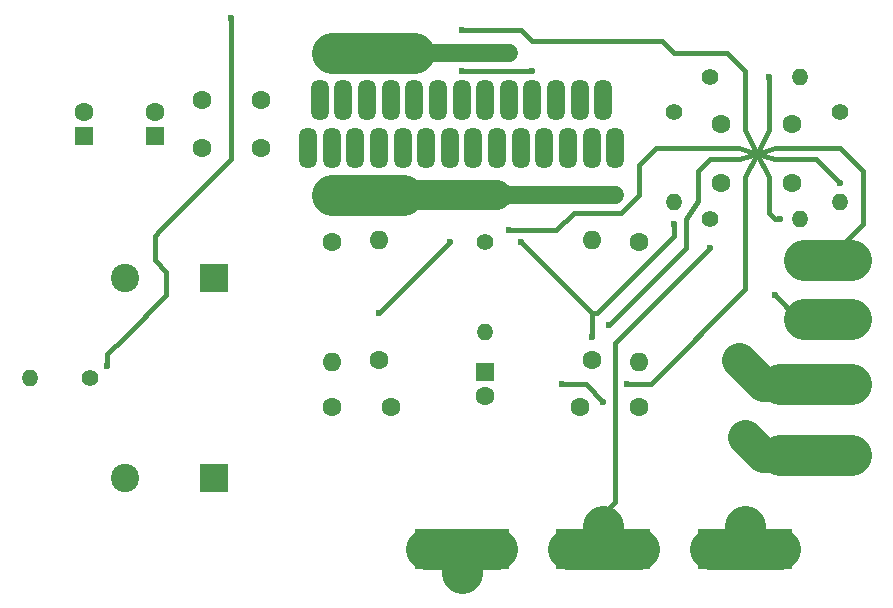
<source format=gtl>
G04 #@! TF.FileFunction,Copper,L1,Top,Signal*
%FSLAX46Y46*%
G04 Gerber Fmt 4.6, Leading zero omitted, Abs format (unit mm)*
G04 Created by KiCad (PCBNEW 4.0.6) date 07/11/17 15:01:39*
%MOMM*%
%LPD*%
G01*
G04 APERTURE LIST*
%ADD10C,0.100000*%
%ADD11R,6.000000X3.000000*%
%ADD12R,1.600000X1.600000*%
%ADD13C,1.600000*%
%ADD14R,2.400000X2.400000*%
%ADD15C,2.400000*%
%ADD16R,8.000000X3.500000*%
%ADD17R,8.000000X3.000000*%
%ADD18C,1.400000*%
%ADD19O,1.400000X1.400000*%
%ADD20O,1.600000X1.600000*%
%ADD21O,1.524000X3.500000*%
%ADD22C,0.600000*%
%ADD23C,0.400000*%
%ADD24C,3.500000*%
%ADD25C,1.500000*%
%ADD26C,2.500000*%
%ADD27C,3.000000*%
G04 APERTURE END LIST*
D10*
D11*
X146000000Y-94500000D03*
D12*
X117000000Y-99000000D03*
D13*
X117000000Y-101000000D03*
X137000000Y-83000000D03*
X137000000Y-78000000D03*
X143000000Y-78000000D03*
X143000000Y-83000000D03*
X98000000Y-80000000D03*
X93000000Y-80000000D03*
X98000000Y-76000000D03*
X93000000Y-76000000D03*
D12*
X89000000Y-79000000D03*
D13*
X89000000Y-77000000D03*
D14*
X94000000Y-108000000D03*
D15*
X86500000Y-108000000D03*
D13*
X104000000Y-102000000D03*
X109000000Y-102000000D03*
X130000000Y-102000000D03*
X125000000Y-102000000D03*
D16*
X127000000Y-114000000D03*
D17*
X145000000Y-106000000D03*
X145000000Y-100000000D03*
D18*
X136000000Y-74000000D03*
D19*
X143620000Y-74000000D03*
D13*
X108000000Y-98000000D03*
D20*
X108000000Y-87840000D03*
D13*
X126000000Y-98000000D03*
D20*
X126000000Y-87840000D03*
D18*
X117000000Y-88000000D03*
D19*
X117000000Y-95620000D03*
D18*
X133000000Y-77000000D03*
D19*
X133000000Y-84620000D03*
D18*
X147000000Y-77000000D03*
D19*
X147000000Y-84620000D03*
D13*
X104000000Y-88000000D03*
D20*
X104000000Y-98160000D03*
D13*
X130000000Y-88000000D03*
D20*
X130000000Y-98160000D03*
D21*
X115000000Y-76000000D03*
X117000000Y-76000000D03*
X102000000Y-80000000D03*
X103000000Y-76000000D03*
X104000000Y-80000000D03*
X105000000Y-76000000D03*
X106000000Y-80000000D03*
X107000000Y-76000000D03*
X108000000Y-80000000D03*
X109000000Y-76000000D03*
X110000000Y-80000000D03*
X111000000Y-76000000D03*
X112000000Y-80000000D03*
X113000000Y-76000000D03*
X114000000Y-80000000D03*
X116000000Y-80000000D03*
X118000000Y-80000000D03*
X119000000Y-76000000D03*
X120000000Y-80000000D03*
X121000000Y-76000000D03*
X122000000Y-80000000D03*
X123000000Y-76000000D03*
X124000000Y-80000000D03*
X125000000Y-76000000D03*
X126000000Y-80000000D03*
X127000000Y-76000000D03*
X128000000Y-80000000D03*
D16*
X139000000Y-114000000D03*
X115000000Y-114000000D03*
D12*
X83000000Y-79000000D03*
D13*
X83000000Y-77000000D03*
D14*
X94000000Y-91000000D03*
D15*
X86500000Y-91000000D03*
D18*
X83500000Y-99500000D03*
D19*
X78420000Y-99500000D03*
D18*
X136000000Y-86000000D03*
D19*
X143620000Y-86000000D03*
D11*
X146000000Y-89500000D03*
D22*
X141500000Y-92500000D03*
X136000000Y-88500000D03*
X127000000Y-111000000D03*
X127000000Y-112000000D03*
X127000000Y-114000000D03*
X139000000Y-111000000D03*
X139000000Y-112000000D03*
X139000000Y-114000000D03*
X104000000Y-84000000D03*
X128000000Y-84000000D03*
X118000000Y-84000000D03*
X106000000Y-84000000D03*
X110000000Y-84000000D03*
X115000000Y-117000000D03*
X115000000Y-116000000D03*
X115000000Y-114000000D03*
X104000000Y-72000000D03*
X119000000Y-72000000D03*
X111000000Y-72000000D03*
X139000000Y-104500000D03*
X138500000Y-98000000D03*
X108000000Y-94000000D03*
X114000000Y-88000000D03*
X133000000Y-86500000D03*
X120000000Y-88000000D03*
X126000000Y-96000000D03*
X95500000Y-69000000D03*
X85000000Y-98500000D03*
X121000000Y-73500000D03*
X115000000Y-73500000D03*
X127500000Y-95000000D03*
X141000000Y-74000000D03*
X115000000Y-70000000D03*
X142000000Y-86000000D03*
X129000000Y-100000000D03*
X123500000Y-100000000D03*
X127000000Y-101500000D03*
X147000000Y-83000000D03*
X119000000Y-87000000D03*
D23*
X146000000Y-94500000D02*
X143500000Y-94500000D01*
X143500000Y-94500000D02*
X141500000Y-92500000D01*
D24*
X145000000Y-94500000D02*
X148000000Y-94500000D01*
X144000000Y-94500000D02*
X147000000Y-94500000D01*
D23*
X128000000Y-110000000D02*
X128000000Y-96500000D01*
X128000000Y-96500000D02*
X136000000Y-88500000D01*
X128000000Y-110000000D02*
X127000000Y-111000000D01*
D24*
X127000000Y-114000000D02*
X127000000Y-112000000D01*
X127000000Y-114000000D02*
X124000000Y-114000000D01*
X130000000Y-114000000D02*
X127000000Y-114000000D01*
X139000000Y-114000000D02*
X139000000Y-112000000D01*
X139000000Y-114000000D02*
X136000000Y-114000000D01*
X142000000Y-114000000D02*
X139000000Y-114000000D01*
X106000000Y-84000000D02*
X104000000Y-84000000D01*
D25*
X118000000Y-84000000D02*
X128000000Y-84000000D01*
D26*
X118000000Y-84000000D02*
X110000000Y-84000000D01*
D24*
X110000000Y-84000000D02*
X106000000Y-84000000D01*
X115000000Y-114000000D02*
X115000000Y-116000000D01*
X115000000Y-114000000D02*
X112000000Y-114000000D01*
X118000000Y-114000000D02*
X115000000Y-114000000D01*
X111000000Y-72000000D02*
X104000000Y-72000000D01*
D25*
X119000000Y-72000000D02*
X111000000Y-72000000D01*
D27*
X145000000Y-106000000D02*
X142000000Y-106000000D01*
X142000000Y-106000000D02*
X140500000Y-106000000D01*
X140500000Y-106000000D02*
X139000000Y-104500000D01*
D24*
X142000000Y-106000000D02*
X145000000Y-106000000D01*
X145000000Y-106000000D02*
X148000000Y-106000000D01*
D27*
X140500000Y-100000000D02*
X138500000Y-98000000D01*
X145000000Y-100000000D02*
X140500000Y-100000000D01*
D24*
X145000000Y-100000000D02*
X148000000Y-100000000D01*
X142000000Y-100000000D02*
X145000000Y-100000000D01*
D23*
X108000000Y-94000000D02*
X114000000Y-88000000D01*
X126500000Y-94000000D02*
X133000000Y-87500000D01*
X126500000Y-94000000D02*
X126000000Y-94000000D01*
X133000000Y-87500000D02*
X133000000Y-86500000D01*
X126000000Y-94000000D02*
X120000000Y-88000000D01*
X126000000Y-96000000D02*
X126000000Y-94000000D01*
X86500000Y-96000000D02*
X85000000Y-97500000D01*
X89500000Y-87000000D02*
X89000000Y-87500000D01*
X89000000Y-87500000D02*
X89000000Y-89500000D01*
X89000000Y-89500000D02*
X90000000Y-90500000D01*
X90000000Y-90500000D02*
X90000000Y-92500000D01*
X90000000Y-92500000D02*
X86500000Y-96000000D01*
X95500000Y-81000000D02*
X95500000Y-69000000D01*
X95500000Y-81000000D02*
X89500000Y-87000000D01*
X85000000Y-97500000D02*
X85000000Y-98500000D01*
X115000000Y-73500000D02*
X121000000Y-73500000D01*
X134000000Y-86000000D02*
X134000000Y-88500000D01*
X135000000Y-84500000D02*
X134000000Y-86000000D01*
X137500000Y-81000000D02*
X136000000Y-81000000D01*
X135000000Y-84500000D02*
X135000000Y-82000000D01*
X135000000Y-82000000D02*
X136000000Y-81000000D01*
X127500000Y-95000000D02*
X134000000Y-88500000D01*
X138500000Y-81000000D02*
X137500000Y-81000000D01*
X138500000Y-81000000D02*
X140000000Y-80500000D01*
X140000000Y-80500000D02*
X141000000Y-78500000D01*
X141000000Y-74000000D02*
X141000000Y-77500000D01*
X141000000Y-77500000D02*
X141000000Y-78500000D01*
X140000000Y-80500000D02*
X139000000Y-78500000D01*
X139000000Y-77500000D02*
X139000000Y-78500000D01*
X139000000Y-73500000D02*
X139000000Y-77500000D01*
X115000000Y-70000000D02*
X120000000Y-70000000D01*
X120000000Y-70000000D02*
X121000000Y-71000000D01*
X121000000Y-71000000D02*
X132000000Y-71000000D01*
X132000000Y-71000000D02*
X133000000Y-72000000D01*
X133000000Y-72000000D02*
X137500000Y-72000000D01*
X137500000Y-72000000D02*
X139000000Y-73500000D01*
X140000000Y-80500000D02*
X141000000Y-82500000D01*
X142000000Y-86000000D02*
X141500000Y-86000000D01*
X141000000Y-85500000D02*
X141000000Y-83000000D01*
X141500000Y-86000000D02*
X141000000Y-85500000D01*
X141000000Y-83000000D02*
X141000000Y-82500000D01*
X140000000Y-80500000D02*
X139000000Y-82500000D01*
X139000000Y-83000000D02*
X139000000Y-87500000D01*
X129000000Y-100000000D02*
X131000000Y-100000000D01*
X131000000Y-100000000D02*
X139000000Y-92000000D01*
X139000000Y-92000000D02*
X139000000Y-87500000D01*
X125000000Y-100000000D02*
X125500000Y-100000000D01*
X123500000Y-100000000D02*
X125000000Y-100000000D01*
X125500000Y-100000000D02*
X127000000Y-101500000D01*
X139000000Y-83000000D02*
X139000000Y-82500000D01*
X140000000Y-80500000D02*
X141500000Y-81000000D01*
X147000000Y-83000000D02*
X145000000Y-81000000D01*
X145000000Y-81000000D02*
X142500000Y-81000000D01*
X141500000Y-81000000D02*
X142500000Y-81000000D01*
X140000000Y-80500000D02*
X141500000Y-80000000D01*
X149000000Y-82500000D02*
X149000000Y-82000000D01*
X149000000Y-86500000D02*
X149000000Y-82500000D01*
X149000000Y-86500000D02*
X146000000Y-89500000D01*
X147000000Y-80000000D02*
X142500000Y-80000000D01*
X149000000Y-82000000D02*
X147000000Y-80000000D01*
X141500000Y-80000000D02*
X142500000Y-80000000D01*
X131500000Y-80000000D02*
X137500000Y-80000000D01*
X140000000Y-80500000D02*
X138500000Y-80000000D01*
X138500000Y-80000000D02*
X137500000Y-80000000D01*
X128500000Y-85500000D02*
X130000000Y-84000000D01*
X130000000Y-84000000D02*
X130000000Y-81500000D01*
X130000000Y-81500000D02*
X131500000Y-80000000D01*
X124500000Y-85500000D02*
X123000000Y-87000000D01*
X123000000Y-87000000D02*
X119000000Y-87000000D01*
X124500000Y-85500000D02*
X128500000Y-85500000D01*
X147000000Y-88500000D02*
X146000000Y-89500000D01*
D24*
X144000000Y-89500000D02*
X147000000Y-89500000D01*
X145000000Y-89500000D02*
X148000000Y-89500000D01*
M02*

</source>
